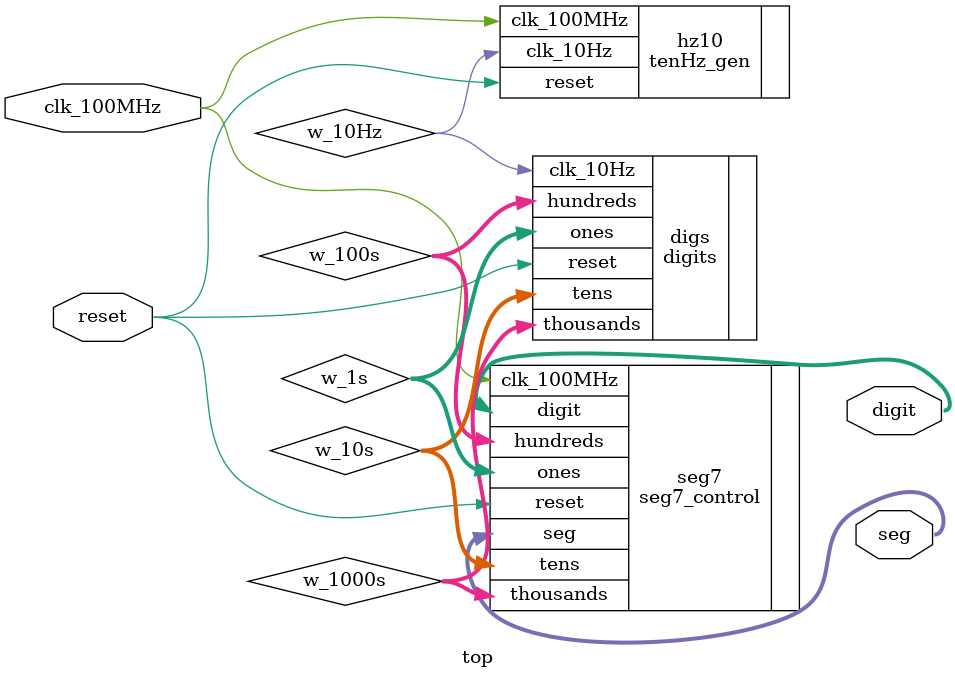
<source format=v>
`timescale 1ns / 1ps

module top(
    input clk_100MHz,       // from Basys 3
    input reset,            // btnC
    output [0:6] seg,       // 7 segment display segment pattern
    output [3:0] digit      // 7 segment display anodes
    );
    
    // Internal wires for connecting inner modules
    wire w_10Hz;
    wire [3:0] w_1s, w_10s, w_100s, w_1000s;
    
    // Instantiate inner design modules
    tenHz_gen hz10(.clk_100MHz(clk_100MHz), .reset(reset), .clk_10Hz(w_10Hz));
    
    digits digs(.clk_10Hz(w_10Hz), .reset(reset), .ones(w_1s), 
                .tens(w_10s), .hundreds(w_100s), .thousands(w_1000s));
    
    seg7_control seg7(.clk_100MHz(clk_100MHz), .reset(reset), .ones(w_1s), .tens(w_10s),
                      .hundreds(w_100s), .thousands(w_1000s), .seg(seg), .digit(digit));
  
endmodule

</source>
